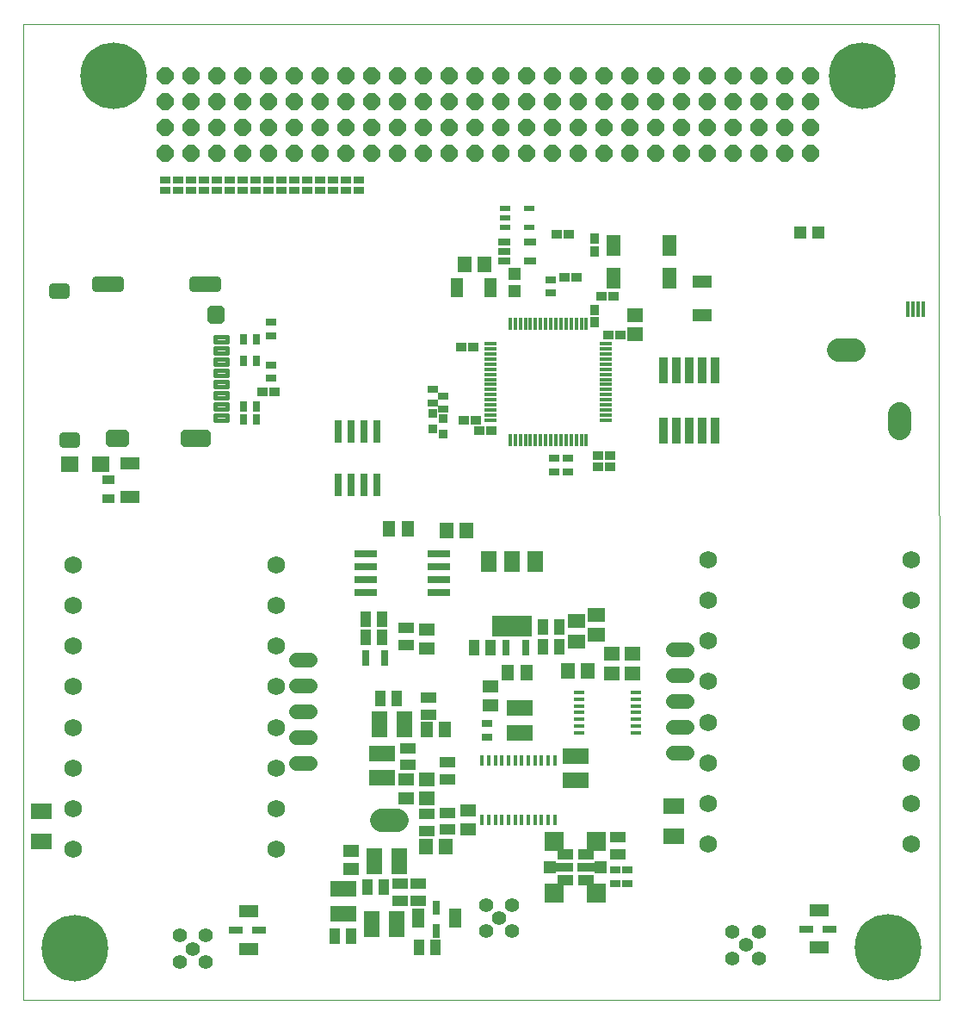
<source format=gts>
G75*
%MOIN*%
%OFA0B0*%
%FSLAX24Y24*%
%IPPOS*%
%LPD*%
%AMOC8*
5,1,8,0,0,1.08239X$1,22.5*
%
%ADD10C,0.0000*%
%ADD11R,0.0740X0.0740*%
%ADD12R,0.0600X0.0390*%
%ADD13R,0.0490X0.0490*%
%ADD14R,0.0740X0.0320*%
%ADD15R,0.0453X0.0465*%
%ADD16R,0.0465X0.0453*%
%ADD17R,0.0404X0.0331*%
%ADD18R,0.0552X0.0631*%
%ADD19R,0.0512X0.0355*%
%ADD20R,0.0610X0.0400*%
%ADD21R,0.0690X0.0591*%
%ADD22R,0.0331X0.0404*%
%ADD23R,0.0400X0.0610*%
%ADD24R,0.0610X0.0480*%
%ADD25R,0.0480X0.0610*%
%ADD26R,0.0827X0.0631*%
%ADD27R,0.0670X0.0552*%
%ADD28R,0.0394X0.0197*%
%ADD29R,0.0631X0.0827*%
%ADD30R,0.1536X0.0827*%
%ADD31R,0.0906X0.0276*%
%ADD32R,0.0512X0.0749*%
%ADD33R,0.0591X0.0985*%
%ADD34R,0.0985X0.0591*%
%ADD35R,0.0749X0.0512*%
%ADD36R,0.0316X0.0631*%
%ADD37R,0.0355X0.0355*%
%ADD38C,0.0690*%
%ADD39R,0.0552X0.0788*%
%ADD40R,0.0394X0.0316*%
%ADD41R,0.0631X0.0552*%
%ADD42R,0.0316X0.0394*%
%ADD43R,0.0440X0.0270*%
%ADD44C,0.0555*%
%ADD45C,0.0177*%
%ADD46C,0.0325*%
%ADD47C,0.0296*%
%ADD48R,0.0750X0.0450*%
%ADD49R,0.0530X0.0280*%
%ADD50R,0.0450X0.0750*%
%ADD51R,0.0280X0.0530*%
%ADD52OC8,0.0634*%
%ADD53R,0.0160X0.0430*%
%ADD54R,0.0434X0.0178*%
%ADD55C,0.0906*%
%ADD56R,0.0158X0.0512*%
%ADD57R,0.0512X0.0158*%
%ADD58R,0.0512X0.0257*%
%ADD59R,0.0280X0.0910*%
%ADD60R,0.0339X0.0985*%
%ADD61C,0.0560*%
%ADD62R,0.0158X0.0631*%
%ADD63C,0.2580*%
D10*
X000500Y000494D02*
X000500Y038246D01*
X035988Y038246D01*
X036008Y000494D01*
X000500Y000494D01*
D11*
X021073Y004600D03*
X022727Y004600D03*
X022727Y006600D03*
X021073Y006600D03*
D12*
X021500Y006100D03*
X022300Y006100D03*
X022300Y005100D03*
X021500Y005100D03*
D13*
X020923Y005600D03*
X022877Y005600D03*
D14*
X022350Y005600D03*
X021450Y005600D03*
D15*
X030619Y030199D03*
X031308Y030199D03*
D16*
X019550Y028594D03*
X019550Y027906D03*
D17*
X021464Y028450D03*
X021936Y028450D03*
X022902Y027716D03*
X023374Y027716D03*
X023164Y026200D03*
X023636Y026200D03*
X021636Y030100D03*
X021164Y030100D03*
X017936Y025766D03*
X017464Y025766D03*
X017564Y022900D03*
X018036Y022900D03*
X018164Y022500D03*
X018636Y022500D03*
X022764Y021550D03*
X022764Y021100D03*
X023236Y021100D03*
X023236Y021550D03*
X010236Y024000D03*
X009764Y024000D03*
D18*
X016926Y018650D03*
X017674Y018650D03*
X021626Y013200D03*
X022374Y013200D03*
X016874Y006400D03*
X016126Y006400D03*
X017626Y028950D03*
X018374Y028950D03*
D19*
X003800Y020604D03*
X003800Y019896D03*
D20*
X015350Y014870D03*
X015350Y014230D03*
X016200Y012170D03*
X016200Y011530D03*
X015400Y010220D03*
X015400Y009580D03*
X016950Y009670D03*
X016950Y009030D03*
X016950Y007720D03*
X016950Y007080D03*
X016150Y007030D03*
X016150Y007670D03*
X015800Y004970D03*
X015800Y004330D03*
X015100Y004330D03*
X015100Y004970D03*
X023550Y006130D03*
X023550Y006770D03*
D21*
X003500Y021200D03*
X002300Y021200D03*
D22*
X022650Y026714D03*
X022650Y027186D03*
X022650Y029464D03*
X022650Y029936D03*
D23*
X014420Y015200D03*
X013780Y015200D03*
X013780Y014500D03*
X014420Y014500D03*
X014330Y012150D03*
X014970Y012150D03*
X017980Y014100D03*
X018620Y014100D03*
X020630Y014150D03*
X021270Y014150D03*
X021270Y014900D03*
X020630Y014900D03*
X014470Y004850D03*
X013830Y004850D03*
X013220Y002950D03*
X012580Y002950D03*
X015830Y002500D03*
X016470Y002500D03*
D24*
X013200Y005540D03*
X013200Y006260D03*
X015350Y008290D03*
X015350Y009010D03*
X017750Y007810D03*
X017750Y007090D03*
X018600Y011890D03*
X018600Y012610D03*
X016150Y014090D03*
X016150Y014810D03*
D25*
X019290Y013150D03*
X020010Y013150D03*
X016860Y010950D03*
X016140Y010950D03*
X015410Y018700D03*
X014690Y018700D03*
D26*
X025700Y007991D03*
X025700Y006809D03*
X001200Y006609D03*
X001200Y007791D03*
D27*
X021950Y014356D03*
X021950Y015144D03*
X022700Y015394D03*
X022700Y014606D03*
D28*
X020113Y030376D03*
X020113Y031124D03*
X019187Y031124D03*
X019187Y030750D03*
X019187Y030376D03*
D29*
X019450Y017440D03*
X018544Y017440D03*
X020356Y017440D03*
D30*
X019450Y014960D03*
D31*
X016617Y016250D03*
X016617Y016750D03*
X016617Y017250D03*
X016617Y017750D03*
X013793Y017750D03*
X013793Y017250D03*
X013793Y016750D03*
X013793Y016250D03*
D32*
X017300Y028050D03*
X018600Y028050D03*
D33*
X015272Y011150D03*
X014328Y011150D03*
X014128Y005850D03*
X015072Y005850D03*
X014972Y003400D03*
X014028Y003400D03*
D34*
X012900Y003828D03*
X012900Y004772D03*
X014400Y009078D03*
X014400Y010022D03*
X019750Y010828D03*
X019750Y011772D03*
X021900Y009922D03*
X021900Y008978D03*
D35*
X026799Y026987D03*
X026799Y028286D03*
X004650Y021250D03*
X004650Y019950D03*
D36*
X013776Y013700D03*
X014524Y013700D03*
X019226Y014100D03*
X019974Y014100D03*
D37*
X016776Y022381D03*
X016370Y022586D03*
X016776Y022972D03*
X016370Y023177D03*
D38*
X010324Y017331D03*
X010324Y015757D03*
X010324Y014182D03*
X010324Y012607D03*
X010324Y011032D03*
X010324Y009457D03*
X010324Y007883D03*
X010324Y006308D03*
X002450Y006300D03*
X002450Y007883D03*
X002450Y009457D03*
X002450Y011032D03*
X002450Y012607D03*
X002450Y014182D03*
X002450Y015757D03*
X002450Y017331D03*
X027050Y017531D03*
X027050Y015957D03*
X027050Y014382D03*
X027050Y012807D03*
X027050Y011232D03*
X027050Y009657D03*
X027050Y008083D03*
X027050Y006500D03*
X034924Y006508D03*
X034924Y008083D03*
X034924Y009657D03*
X034924Y011232D03*
X034924Y012807D03*
X034924Y014382D03*
X034924Y015957D03*
X034924Y017531D03*
D39*
X025533Y028420D03*
X025533Y029680D03*
X023367Y029680D03*
X023367Y028420D03*
D40*
X020950Y028356D03*
X020950Y027844D03*
X016776Y023856D03*
X016370Y024107D03*
X016370Y023596D03*
X016776Y023344D03*
X021080Y021444D03*
X021080Y020933D03*
X021623Y020925D03*
X021623Y021437D03*
X018463Y011176D03*
X018463Y010664D03*
X023450Y005506D03*
X023450Y004994D03*
X023900Y004994D03*
X023900Y005506D03*
X010100Y024544D03*
X010100Y025056D03*
X010100Y026194D03*
X010100Y026706D03*
D41*
X023300Y013874D03*
X023300Y013126D03*
X024100Y013126D03*
X024100Y013874D03*
X016150Y009024D03*
X016150Y008276D03*
X024209Y026250D03*
X024209Y026998D03*
D42*
X009556Y026050D03*
X009044Y026050D03*
X009044Y025200D03*
X009556Y025200D03*
X009556Y023450D03*
X009556Y022950D03*
X009044Y022950D03*
X009044Y023450D03*
D43*
X009000Y031800D03*
X009000Y032200D03*
X008500Y032200D03*
X008500Y031800D03*
X008000Y031800D03*
X008000Y032200D03*
X007500Y032200D03*
X007500Y031800D03*
X007000Y031800D03*
X007000Y032200D03*
X006500Y032200D03*
X006500Y031800D03*
X006000Y031800D03*
X006000Y032200D03*
X009500Y032200D03*
X009500Y031800D03*
X010000Y031800D03*
X010000Y032200D03*
X010500Y032200D03*
X010500Y031800D03*
X011000Y031800D03*
X011000Y032200D03*
X011500Y032200D03*
X011500Y031800D03*
X012000Y031800D03*
X012000Y032200D03*
X012500Y032200D03*
X012500Y031800D03*
X013000Y031800D03*
X013000Y032200D03*
X013500Y032200D03*
X013500Y031800D03*
D44*
X018438Y004162D03*
X018950Y003650D03*
X019462Y003138D03*
X019462Y004162D03*
X018438Y003138D03*
X027988Y003112D03*
X028500Y002600D03*
X027988Y002088D03*
X029012Y002088D03*
X029012Y003112D03*
X007586Y002970D03*
X007074Y002458D03*
X006563Y001946D03*
X007586Y001946D03*
X006563Y002970D03*
D45*
X007931Y022929D02*
X007931Y023107D01*
X008425Y023107D01*
X008425Y022929D01*
X007931Y022929D01*
X007931Y023105D02*
X008425Y023105D01*
X007931Y023362D02*
X007931Y023540D01*
X008425Y023540D01*
X008425Y023362D01*
X007931Y023362D01*
X007931Y023538D02*
X008425Y023538D01*
X007931Y023795D02*
X007931Y023973D01*
X008425Y023973D01*
X008425Y023795D01*
X007931Y023795D01*
X007931Y023971D02*
X008425Y023971D01*
X007931Y024228D02*
X007931Y024406D01*
X008425Y024406D01*
X008425Y024228D01*
X007931Y024228D01*
X007931Y024404D02*
X008425Y024404D01*
X007931Y024661D02*
X007931Y024839D01*
X008425Y024839D01*
X008425Y024661D01*
X007931Y024661D01*
X007931Y024837D02*
X008425Y024837D01*
X007931Y025094D02*
X007931Y025272D01*
X008425Y025272D01*
X008425Y025094D01*
X007931Y025094D01*
X007931Y025270D02*
X008425Y025270D01*
X007931Y025527D02*
X007931Y025705D01*
X008425Y025705D01*
X008425Y025527D01*
X007931Y025527D01*
X007931Y025703D02*
X008425Y025703D01*
X008425Y025960D02*
X008425Y026138D01*
X008425Y025960D02*
X007931Y025960D01*
X007931Y026138D01*
X008425Y026138D01*
X008425Y026136D02*
X007931Y026136D01*
D46*
X007828Y026821D02*
X007828Y027167D01*
X008154Y027167D01*
X008154Y026821D01*
X007828Y026821D01*
X007828Y027145D02*
X008154Y027145D01*
X006785Y022368D02*
X006785Y022042D01*
X006785Y022368D02*
X007603Y022368D01*
X007603Y022042D01*
X006785Y022042D01*
X006785Y022366D02*
X007603Y022366D01*
X003892Y022368D02*
X003892Y022042D01*
X003892Y022368D02*
X004434Y022368D01*
X004434Y022042D01*
X003892Y022042D01*
X003892Y022366D02*
X004434Y022366D01*
D47*
X002047Y022322D02*
X002047Y022028D01*
X002047Y022322D02*
X002539Y022322D01*
X002539Y022028D01*
X002047Y022028D01*
X001653Y027776D02*
X001653Y028070D01*
X002145Y028070D01*
X002145Y027776D01*
X001653Y027776D01*
X003327Y028052D02*
X003327Y028346D01*
X004251Y028346D01*
X004251Y028052D01*
X003327Y028052D01*
X007086Y028052D02*
X007086Y028346D01*
X008010Y028346D01*
X008010Y028052D01*
X007086Y028052D01*
D48*
X009250Y003900D03*
X009250Y002460D03*
X031350Y002510D03*
X031350Y003950D03*
D49*
X031750Y003230D03*
X030850Y003230D03*
X009650Y003180D03*
X008750Y003180D03*
D50*
X015800Y003650D03*
X017240Y003650D03*
D51*
X016520Y004050D03*
X016520Y003150D03*
D52*
X017000Y033250D03*
X016000Y033250D03*
X016000Y034250D03*
X016000Y035250D03*
X017000Y035250D03*
X017000Y034250D03*
X018000Y034250D03*
X018000Y035250D03*
X018000Y036250D03*
X017000Y036250D03*
X016000Y036250D03*
X015000Y036250D03*
X015000Y035250D03*
X015000Y034250D03*
X015000Y033250D03*
X014000Y033250D03*
X014000Y034250D03*
X014000Y035250D03*
X014000Y036250D03*
X013000Y036250D03*
X012000Y036250D03*
X012000Y035250D03*
X012000Y034250D03*
X013000Y034250D03*
X013000Y035250D03*
X013000Y033250D03*
X012000Y033250D03*
X011000Y033250D03*
X011000Y034250D03*
X011000Y035250D03*
X011000Y036250D03*
X010000Y036250D03*
X010000Y035250D03*
X010000Y034250D03*
X010000Y033250D03*
X009000Y033250D03*
X008000Y033250D03*
X008000Y034250D03*
X008000Y035250D03*
X009000Y035250D03*
X009000Y034250D03*
X009000Y036250D03*
X008000Y036250D03*
X007000Y036250D03*
X007000Y035250D03*
X007000Y034250D03*
X007000Y033250D03*
X006000Y033250D03*
X006000Y034250D03*
X006000Y035250D03*
X006000Y036250D03*
X018000Y033250D03*
X019000Y033250D03*
X019000Y034250D03*
X019000Y035250D03*
X019000Y036250D03*
X020000Y036250D03*
X020000Y035250D03*
X020000Y034250D03*
X020000Y033250D03*
X021000Y033250D03*
X022000Y033250D03*
X022000Y034250D03*
X022000Y035250D03*
X021000Y035250D03*
X021000Y034250D03*
X021000Y036250D03*
X022000Y036250D03*
X023000Y036250D03*
X023000Y035250D03*
X023000Y034250D03*
X023000Y033250D03*
X024000Y033250D03*
X024000Y034250D03*
X024000Y035250D03*
X024000Y036250D03*
X025000Y036250D03*
X026000Y036250D03*
X026000Y035250D03*
X026000Y034250D03*
X025000Y034250D03*
X025000Y035250D03*
X025000Y033250D03*
X026000Y033250D03*
X027000Y033250D03*
X027000Y034250D03*
X027000Y035250D03*
X027000Y036250D03*
X028000Y036250D03*
X028000Y035250D03*
X028000Y034250D03*
X028000Y033250D03*
X029000Y033250D03*
X030000Y033250D03*
X030000Y034250D03*
X030000Y035250D03*
X029000Y035250D03*
X029000Y034250D03*
X029000Y036250D03*
X030000Y036250D03*
X031000Y036250D03*
X031000Y035250D03*
X031000Y034250D03*
X031000Y033250D03*
D53*
X021102Y009745D03*
X020846Y009745D03*
X020590Y009745D03*
X020334Y009745D03*
X020078Y009745D03*
X019822Y009745D03*
X019567Y009745D03*
X019311Y009745D03*
X019055Y009745D03*
X018799Y009745D03*
X018543Y009745D03*
X018287Y009745D03*
X018287Y007447D03*
X018543Y007447D03*
X018799Y007447D03*
X019055Y007447D03*
X019311Y007447D03*
X019567Y007447D03*
X019822Y007447D03*
X020078Y007447D03*
X020334Y007447D03*
X020590Y007447D03*
X020846Y007447D03*
X021102Y007447D03*
D54*
X022038Y010832D03*
X022038Y011088D03*
X022038Y011344D03*
X022038Y011600D03*
X022038Y011856D03*
X022038Y012112D03*
X022038Y012368D03*
X024262Y012368D03*
X024262Y012112D03*
X024262Y011856D03*
X024262Y011600D03*
X024262Y011344D03*
X024262Y011088D03*
X024262Y010832D03*
D55*
X014965Y007450D02*
X014375Y007450D01*
X032083Y025636D02*
X032673Y025636D01*
X034449Y023195D02*
X034449Y022605D01*
D56*
X022326Y022156D03*
X022130Y022156D03*
X021933Y022156D03*
X021736Y022156D03*
X021539Y022156D03*
X021342Y022156D03*
X021145Y022156D03*
X020948Y022156D03*
X020752Y022156D03*
X020555Y022156D03*
X020358Y022156D03*
X020161Y022156D03*
X019964Y022156D03*
X019767Y022156D03*
X019570Y022156D03*
X019374Y022156D03*
X019374Y026644D03*
X019570Y026644D03*
X019767Y026644D03*
X019964Y026644D03*
X020161Y026644D03*
X020358Y026644D03*
X020555Y026644D03*
X020752Y026644D03*
X020948Y026644D03*
X021145Y026644D03*
X021342Y026644D03*
X021539Y026644D03*
X021736Y026644D03*
X021933Y026644D03*
X022130Y026644D03*
X022326Y026644D03*
D57*
X023094Y025876D03*
X023094Y025680D03*
X023094Y025483D03*
X023094Y025286D03*
X023094Y025089D03*
X023094Y024892D03*
X023094Y024695D03*
X023094Y024498D03*
X023094Y024302D03*
X023094Y024105D03*
X023094Y023908D03*
X023094Y023711D03*
X023094Y023514D03*
X023094Y023317D03*
X023094Y023120D03*
X023094Y022924D03*
X018606Y022924D03*
X018606Y023120D03*
X018606Y023317D03*
X018606Y023514D03*
X018606Y023711D03*
X018606Y023908D03*
X018606Y024105D03*
X018606Y024302D03*
X018606Y024498D03*
X018606Y024695D03*
X018606Y024892D03*
X018606Y025089D03*
X018606Y025286D03*
X018606Y025483D03*
X018606Y025680D03*
X018606Y025876D03*
D58*
X019138Y029076D03*
X019138Y029450D03*
X019138Y029824D03*
X020162Y029824D03*
X020162Y029076D03*
D59*
X014200Y022480D03*
X013700Y022480D03*
X013200Y022480D03*
X012700Y022480D03*
X012700Y020420D03*
X013200Y020420D03*
X013700Y020420D03*
X014200Y020420D03*
D60*
X025302Y022528D03*
X025802Y022528D03*
X026302Y022528D03*
X026802Y022528D03*
X027302Y022528D03*
X027302Y024851D03*
X026802Y024851D03*
X026302Y024851D03*
X025802Y024851D03*
X025302Y024851D03*
D61*
X025690Y014050D02*
X026210Y014050D01*
X026210Y013050D02*
X025690Y013050D01*
X025690Y012050D02*
X026210Y012050D01*
X026210Y011050D02*
X025690Y011050D01*
X025690Y010050D02*
X026210Y010050D01*
X011610Y009650D02*
X011090Y009650D01*
X011090Y010650D02*
X011610Y010650D01*
X011610Y011650D02*
X011090Y011650D01*
X011090Y012650D02*
X011610Y012650D01*
X011610Y013650D02*
X011090Y013650D01*
D62*
X034783Y027211D03*
X034980Y027211D03*
X035177Y027211D03*
X035374Y027211D03*
D63*
X032996Y036250D03*
X004004Y036250D03*
X002500Y002490D03*
X034000Y002506D03*
M02*

</source>
